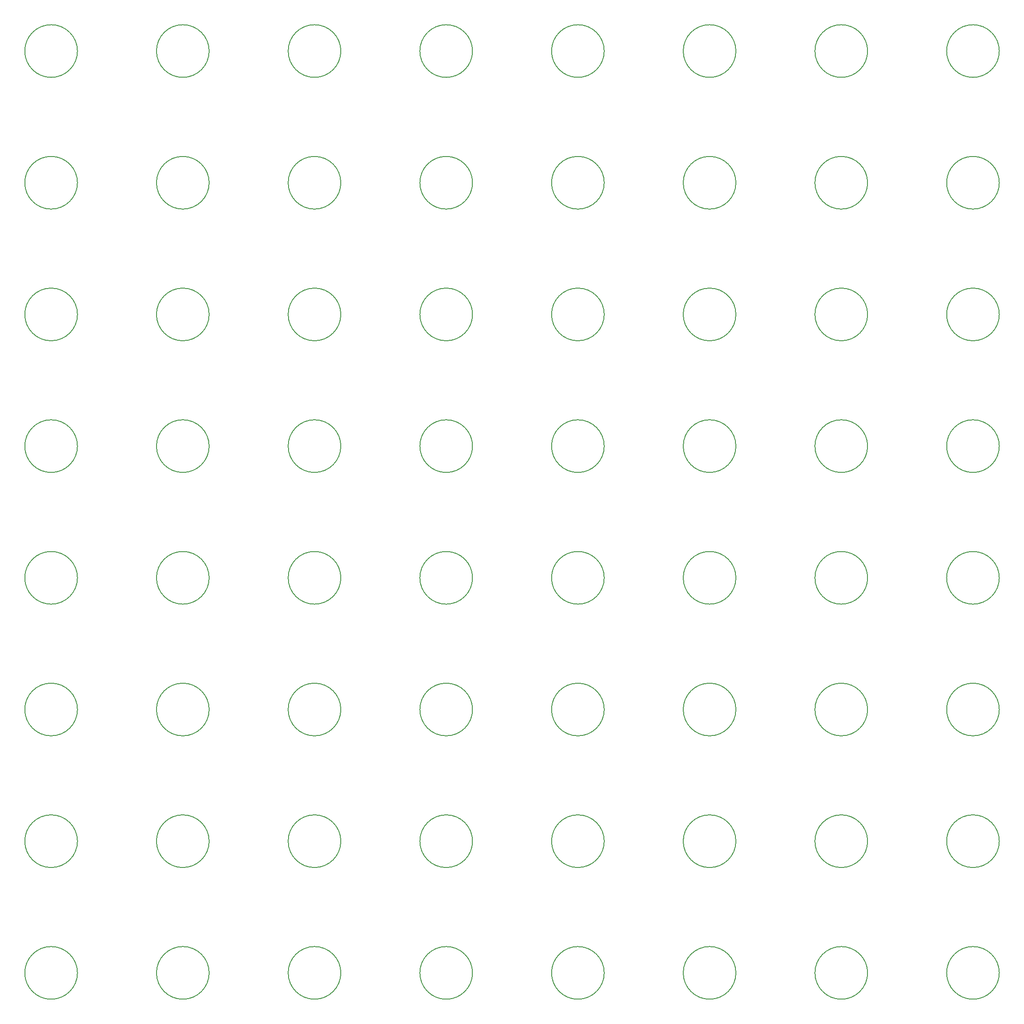
<source format=gbr>
G04 #@! TF.GenerationSoftware,KiCad,Pcbnew,5.0.2-bee76a0~70~ubuntu14.04.1*
G04 #@! TF.CreationDate,2020-01-26T01:40:04+01:00*
G04 #@! TF.ProjectId,wordclock_pcb,776f7264-636c-46f6-936b-5f7063622e6b,rev?*
G04 #@! TF.SameCoordinates,Original*
G04 #@! TF.FileFunction,Legend,Bot*
G04 #@! TF.FilePolarity,Positive*
%FSLAX46Y46*%
G04 Gerber Fmt 4.6, Leading zero omitted, Abs format (unit mm)*
G04 Created by KiCad (PCBNEW 5.0.2-bee76a0~70~ubuntu14.04.1) date Sun 26 Jan 2020 01:40:04 AM CET*
%MOMM*%
%LPD*%
G01*
G04 APERTURE LIST*
%ADD10C,0.150000*%
G04 APERTURE END LIST*
D10*
G04 #@! TO.C,D1*
X35000000Y-30000000D02*
G75*
G03X35000000Y-30000000I-5000000J0D01*
G01*
G04 #@! TO.C,D2*
X60000000Y-30000000D02*
G75*
G03X60000000Y-30000000I-5000000J0D01*
G01*
G04 #@! TO.C,D3*
X85000000Y-30000000D02*
G75*
G03X85000000Y-30000000I-5000000J0D01*
G01*
G04 #@! TO.C,D4*
X110000000Y-30000000D02*
G75*
G03X110000000Y-30000000I-5000000J0D01*
G01*
G04 #@! TO.C,D5*
X135000000Y-30000000D02*
G75*
G03X135000000Y-30000000I-5000000J0D01*
G01*
G04 #@! TO.C,D6*
X160000000Y-30000000D02*
G75*
G03X160000000Y-30000000I-5000000J0D01*
G01*
G04 #@! TO.C,D7*
X185000000Y-30000000D02*
G75*
G03X185000000Y-30000000I-5000000J0D01*
G01*
G04 #@! TO.C,D8*
X210000000Y-30000000D02*
G75*
G03X210000000Y-30000000I-5000000J0D01*
G01*
G04 #@! TO.C,D9*
X35000000Y-55000000D02*
G75*
G03X35000000Y-55000000I-5000000J0D01*
G01*
G04 #@! TO.C,D10*
X60000000Y-55000000D02*
G75*
G03X60000000Y-55000000I-5000000J0D01*
G01*
G04 #@! TO.C,D11*
X85000000Y-55000000D02*
G75*
G03X85000000Y-55000000I-5000000J0D01*
G01*
G04 #@! TO.C,D12*
X110000000Y-55000000D02*
G75*
G03X110000000Y-55000000I-5000000J0D01*
G01*
G04 #@! TO.C,D13*
X135000000Y-55000000D02*
G75*
G03X135000000Y-55000000I-5000000J0D01*
G01*
G04 #@! TO.C,D14*
X160000000Y-55000000D02*
G75*
G03X160000000Y-55000000I-5000000J0D01*
G01*
G04 #@! TO.C,D15*
X185000000Y-55000000D02*
G75*
G03X185000000Y-55000000I-5000000J0D01*
G01*
G04 #@! TO.C,D16*
X210000000Y-55000000D02*
G75*
G03X210000000Y-55000000I-5000000J0D01*
G01*
G04 #@! TO.C,D17*
X35000000Y-80000000D02*
G75*
G03X35000000Y-80000000I-5000000J0D01*
G01*
G04 #@! TO.C,D18*
X60000000Y-80000000D02*
G75*
G03X60000000Y-80000000I-5000000J0D01*
G01*
G04 #@! TO.C,D19*
X85000000Y-80000000D02*
G75*
G03X85000000Y-80000000I-5000000J0D01*
G01*
G04 #@! TO.C,D20*
X110000000Y-80000000D02*
G75*
G03X110000000Y-80000000I-5000000J0D01*
G01*
G04 #@! TO.C,D21*
X135000000Y-80000000D02*
G75*
G03X135000000Y-80000000I-5000000J0D01*
G01*
G04 #@! TO.C,D22*
X160000000Y-80000000D02*
G75*
G03X160000000Y-80000000I-5000000J0D01*
G01*
G04 #@! TO.C,D23*
X185000000Y-80000000D02*
G75*
G03X185000000Y-80000000I-5000000J0D01*
G01*
G04 #@! TO.C,D24*
X210000000Y-80000000D02*
G75*
G03X210000000Y-80000000I-5000000J0D01*
G01*
G04 #@! TO.C,D25*
X35000000Y-105000000D02*
G75*
G03X35000000Y-105000000I-5000000J0D01*
G01*
G04 #@! TO.C,D26*
X60000000Y-105000000D02*
G75*
G03X60000000Y-105000000I-5000000J0D01*
G01*
G04 #@! TO.C,D27*
X85000000Y-105000000D02*
G75*
G03X85000000Y-105000000I-5000000J0D01*
G01*
G04 #@! TO.C,D28*
X110000000Y-105000000D02*
G75*
G03X110000000Y-105000000I-5000000J0D01*
G01*
G04 #@! TO.C,D29*
X135000000Y-105000000D02*
G75*
G03X135000000Y-105000000I-5000000J0D01*
G01*
G04 #@! TO.C,D30*
X160000000Y-105000000D02*
G75*
G03X160000000Y-105000000I-5000000J0D01*
G01*
G04 #@! TO.C,D31*
X185000000Y-105000000D02*
G75*
G03X185000000Y-105000000I-5000000J0D01*
G01*
G04 #@! TO.C,D32*
X210000000Y-105000000D02*
G75*
G03X210000000Y-105000000I-5000000J0D01*
G01*
G04 #@! TO.C,D33*
X35000000Y-130000000D02*
G75*
G03X35000000Y-130000000I-5000000J0D01*
G01*
G04 #@! TO.C,D34*
X60000000Y-130000000D02*
G75*
G03X60000000Y-130000000I-5000000J0D01*
G01*
G04 #@! TO.C,D35*
X85000000Y-130000000D02*
G75*
G03X85000000Y-130000000I-5000000J0D01*
G01*
G04 #@! TO.C,D36*
X110000000Y-130000000D02*
G75*
G03X110000000Y-130000000I-5000000J0D01*
G01*
G04 #@! TO.C,D37*
X135000000Y-130000000D02*
G75*
G03X135000000Y-130000000I-5000000J0D01*
G01*
G04 #@! TO.C,D38*
X160000000Y-130000000D02*
G75*
G03X160000000Y-130000000I-5000000J0D01*
G01*
G04 #@! TO.C,D39*
X185000000Y-130000000D02*
G75*
G03X185000000Y-130000000I-5000000J0D01*
G01*
G04 #@! TO.C,D40*
X210000000Y-130000000D02*
G75*
G03X210000000Y-130000000I-5000000J0D01*
G01*
G04 #@! TO.C,D41*
X35000000Y-155000000D02*
G75*
G03X35000000Y-155000000I-5000000J0D01*
G01*
G04 #@! TO.C,D42*
X60000000Y-155000000D02*
G75*
G03X60000000Y-155000000I-5000000J0D01*
G01*
G04 #@! TO.C,D43*
X85000000Y-155000000D02*
G75*
G03X85000000Y-155000000I-5000000J0D01*
G01*
G04 #@! TO.C,D44*
X110000000Y-155000000D02*
G75*
G03X110000000Y-155000000I-5000000J0D01*
G01*
G04 #@! TO.C,D45*
X135000000Y-155000000D02*
G75*
G03X135000000Y-155000000I-5000000J0D01*
G01*
G04 #@! TO.C,D46*
X160000000Y-155000000D02*
G75*
G03X160000000Y-155000000I-5000000J0D01*
G01*
G04 #@! TO.C,D47*
X185000000Y-155000000D02*
G75*
G03X185000000Y-155000000I-5000000J0D01*
G01*
G04 #@! TO.C,D48*
X210000000Y-155000000D02*
G75*
G03X210000000Y-155000000I-5000000J0D01*
G01*
G04 #@! TO.C,D49*
X35000000Y-180000000D02*
G75*
G03X35000000Y-180000000I-5000000J0D01*
G01*
G04 #@! TO.C,D50*
X60000000Y-180000000D02*
G75*
G03X60000000Y-180000000I-5000000J0D01*
G01*
G04 #@! TO.C,D51*
X85000000Y-180000000D02*
G75*
G03X85000000Y-180000000I-5000000J0D01*
G01*
G04 #@! TO.C,D52*
X110000000Y-180000000D02*
G75*
G03X110000000Y-180000000I-5000000J0D01*
G01*
G04 #@! TO.C,D53*
X135000000Y-180000000D02*
G75*
G03X135000000Y-180000000I-5000000J0D01*
G01*
G04 #@! TO.C,D54*
X160000000Y-180000000D02*
G75*
G03X160000000Y-180000000I-5000000J0D01*
G01*
G04 #@! TO.C,D55*
X185000000Y-180000000D02*
G75*
G03X185000000Y-180000000I-5000000J0D01*
G01*
G04 #@! TO.C,D56*
X210000000Y-180000000D02*
G75*
G03X210000000Y-180000000I-5000000J0D01*
G01*
G04 #@! TO.C,D57*
X35000000Y-205000000D02*
G75*
G03X35000000Y-205000000I-5000000J0D01*
G01*
G04 #@! TO.C,D58*
X60000000Y-205000000D02*
G75*
G03X60000000Y-205000000I-5000000J0D01*
G01*
G04 #@! TO.C,D59*
X85000000Y-205000000D02*
G75*
G03X85000000Y-205000000I-5000000J0D01*
G01*
G04 #@! TO.C,D60*
X110000000Y-205000000D02*
G75*
G03X110000000Y-205000000I-5000000J0D01*
G01*
G04 #@! TO.C,D61*
X135000000Y-205000000D02*
G75*
G03X135000000Y-205000000I-5000000J0D01*
G01*
G04 #@! TO.C,D62*
X160000000Y-205000000D02*
G75*
G03X160000000Y-205000000I-5000000J0D01*
G01*
G04 #@! TO.C,D63*
X185000000Y-205000000D02*
G75*
G03X185000000Y-205000000I-5000000J0D01*
G01*
G04 #@! TO.C,D64*
X210000000Y-205000000D02*
G75*
G03X210000000Y-205000000I-5000000J0D01*
G01*
G04 #@! TD*
M02*

</source>
